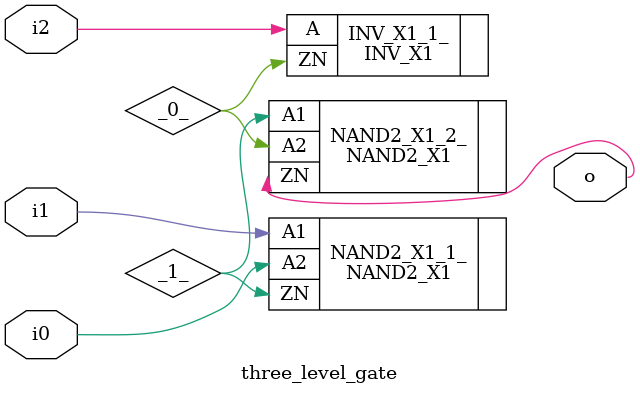
<source format=v>
module three_level_gate(i0, i1, i2, o);

wire _0_;
wire _1_;
input i0;
input i1;
input i2;
output o;

INV_X1 #() 
INV_X1_1_ (
  .A({ i2 }),
  .ZN({ _0_ })
);
NAND2_X1 #() 
NAND2_X1_1_ (
  .A1({ i1 }),
  .A2({ i0 }),
  .ZN({ _1_ })
);
NAND2_X1 #() 
NAND2_X1_2_ (
  .A1({ _1_ }),
  .A2({ _0_ }),
  .ZN({ o })
);

endmodule
</source>
